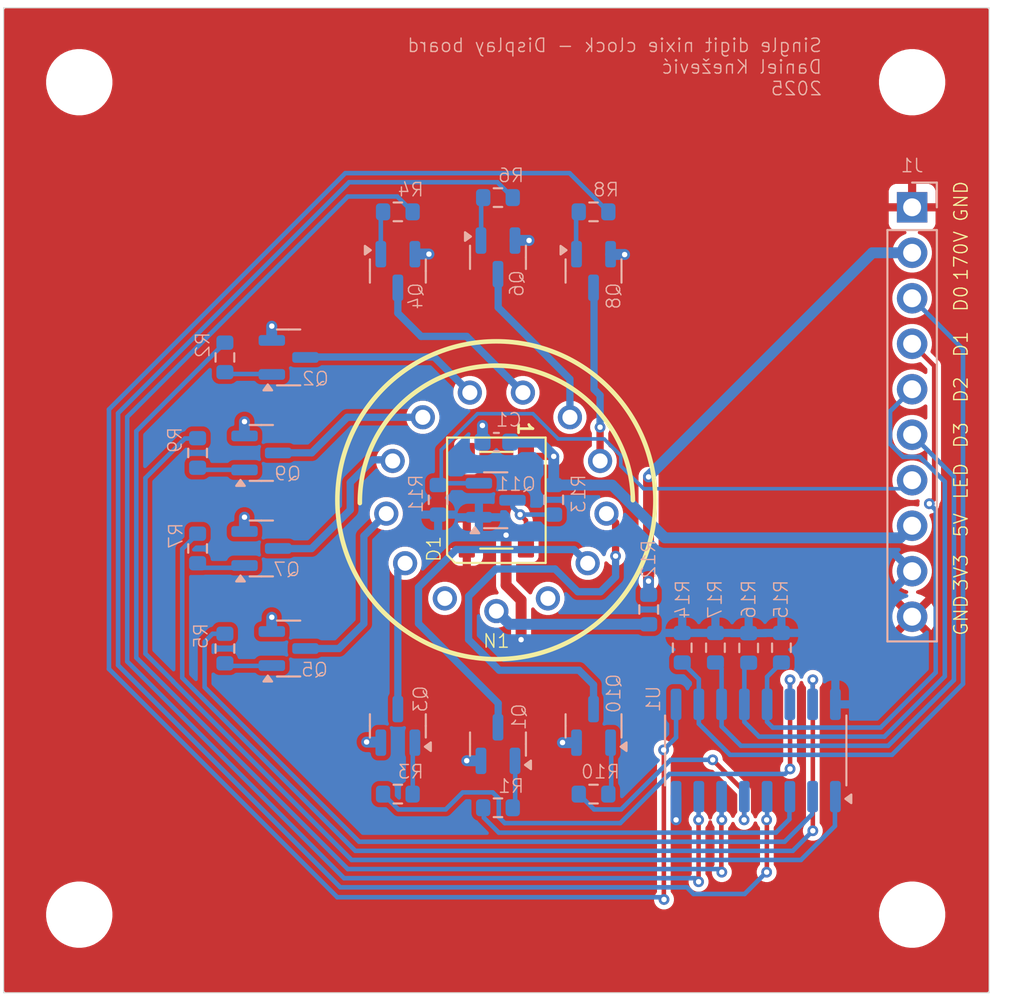
<source format=kicad_pcb>
(kicad_pcb (version 20241229) (generator "pcbnew") (generator_version "9.0")
  (layers (0 "F.Cu" signal) (2 "B.Cu" signal) (13 "F.Paste" user) (15 "B.Paste" user) (5 "F.SilkS" user "F.Silkscreen") (7 "B.SilkS" user "B.Silkscreen") (1 "F.Mask" user) (3 "B.Mask" user) (25 "Edge.Cuts" user))
  (net 0 "")
  (net 1 "GND")
  (net 2 "+5V")
  (net 3 "VCC")
  (net 4 "/NIXIE8")
  (net 5 "/NIXIE1")
  (net 6 "/NIXIE2")
  (net 7 "/NIXIE9")
  (net 8 "/NIXIE6")
  (net 9 "/NIXIE5")
  (net 11 "/NIXIE4")
  (net 13 "/NIXIE0")
  (net 14 "/NIXIE7")
  (net 15 "/NIXIE3")
  (net 17 "Net-(D1-DIN)")
  (net 18 "Net-(Q1-B)")
  (net 19 "Net-(Q2-B)")
  (net 20 "Net-(Q3-B)")
  (net 21 "Net-(Q4-B)")
  (net 22 "Net-(Q5-B)")
  (net 23 "Net-(Q6-B)")
  (net 24 "Net-(Q7-B)")
  (net 25 "Net-(Q8-B)")
  (net 26 "Net-(Q9-B)")
  (net 27 "Net-(Q10-B)")
  (net 28 "/DIG0")
  (net 29 "/DIG5")
  (net 30 "/DIG1")
  (net 31 "/DIG6")
  (net 32 "/DIG2")
  (net 33 "/DIG7")
  (net 34 "/DIG3")
  (net 35 "/DIG8")
  (net 36 "/LED")
  (net 37 "/DIG4")
  (net 38 "/DIG9")
  (net 39 "/D0")
  (net 40 "/D2")
  (net 41 "/D3")
  (net 42 "/D1")
  (net 43 "+3V3")
  (net 44 "Net-(N1-PadA)")
  (footprint "MountingHole:MountingHole_3.2mm_M3" (layer "F.Cu") (at 125.222 128.143)
    (property "Reference" "H1" (hide yes))
    (property "Value" "~")
  )
  (footprint "MountingHole:MountingHole_3.2mm_M3" (layer "F.Cu") (at 171.704 81.661)
    (property "Reference" "H3" (hide yes))
    (property "Value" "~")
  )
  (footprint "displayBoard:IN-14" (layer "F.Cu") (at 148.5011 105.0036)
    (property "Reference" "N1")
    (property "Value" "IN-14" (hide yes))
  )
  (footprint "LED_SMD:LED_WS2812B_PLCC4_5.0x5.0mm_P3.2mm" (layer "F.Cu") (at 148.5011 105.0036 -90)
    (property "Reference" "D1")
    (property "Value" "WS2812B")
  )
  (footprint "MountingHole:MountingHole_3.2mm_M3" (layer "F.Cu") (at 171.704 128.143)
    (property "Reference" "H4" (hide yes))
    (property "Value" "~")
  )
  (footprint "MountingHole:MountingHole_3.2mm_M3" (layer "F.Cu") (at 125.222 81.661)
    (property "Reference" "H2" (hide yes))
    (property "Value" "~")
  )
  (footprint "Package_TO_SOT_SMD:SOT-23" (layer "B.Cu") (at 148.59 118.618 90)
    (property "Reference" "Q1")
    (property "Value" "MMBTA42")
  )
  (footprint "Package_TO_SOT_SMD:SOT-23" (layer "B.Cu") (at 153.924 117.602 90)
    (property "Reference" "Q10")
    (property "Value" "MMBTA42")
  )
  (footprint "Resistor_SMD:R_0603_1608Metric" (layer "B.Cu") (at 164.4097 113.2382 90)
    (property "Reference" "R15")
    (property "Value" "18k")
  )
  (footprint "Package_TO_SOT_SMD:SOT-23" (layer "B.Cu") (at 143.002 117.602 90)
    (property "Reference" "Q3")
    (property "Value" "MMBTA42")
  )
  (footprint "Resistor_SMD:R_0603_1608Metric" (layer "B.Cu") (at 158.8725 113.2382 90)
    (property "Reference" "R14")
    (property "Value" "18k")
  )
  (footprint "Resistor_SMD:R_0603_1608Metric" (layer "B.Cu") (at 151.7011 104.9786 90)
    (property "Reference" "R13")
    (property "Value" "10k")
  )
  (footprint "Resistor_SMD:R_0603_1608Metric" (layer "B.Cu") (at 148.59 122.174)
    (property "Reference" "R1")
    (property "Value" "4k7")
  )
  (footprint "Resistor_SMD:R_0603_1608Metric" (layer "B.Cu") (at 162.5809 113.2504 90)
    (property "Reference" "R16")
    (property "Value" "18k")
  )
  (footprint "Package_TO_SOT_SMD:SOT-23" (layer "B.Cu") (at 153.924 92.202 -90)
    (property "Reference" "Q8")
    (property "Value" "MMBTA42")
  )
  (footprint "Package_TO_SOT_SMD:SOT-23" (layer "B.Cu") (at 136.906 113.284)
    (property "Reference" "Q5")
    (property "Value" "MMBTA42")
  )
  (footprint "Package_TO_SOT_SMD:SOT-23" (layer "B.Cu") (at 143.002 92.202 -90)
    (property "Reference" "Q4")
    (property "Value" "MMBTA42")
  )
  (footprint "Resistor_SMD:R_0603_1608Metric" (layer "B.Cu") (at 153.924 121.412)
    (property "Reference" "R10")
    (property "Value" "4k7")
  )
  (footprint "Package_TO_SOT_SMD:SOT-23" (layer "B.Cu") (at 135.382 102.362)
    (property "Reference" "Q9")
    (property "Value" "MMBTA42")
  )
  (footprint "Resistor_SMD:R_0603_1608Metric" (layer "B.Cu") (at 160.7267 113.2382 90)
    (property "Reference" "R17")
    (property "Value" "18k")
  )
  (footprint "Resistor_SMD:R_0603_1608Metric" (layer "B.Cu") (at 157.0011 111.1036 90)
    (property "Reference" "R12")
    (property "Value" "18k")
  )
  (footprint "Resistor_SMD:R_0603_1608Metric" (layer "B.Cu") (at 131.826 102.362 -90)
    (property "Reference" "R9")
    (property "Value" "4k7")
  )
  (footprint "Package_TO_SOT_SMD:SOT-23" (layer "B.Cu") (at 135.382 107.696)
    (property "Reference" "Q7")
    (property "Value" "MMBTA42")
  )
  (footprint "Resistor_SMD:R_0603_1608Metric" (layer "B.Cu") (at 143.002 121.412)
    (property "Reference" "R3")
    (property "Value" "4k7")
  )
  (footprint "Resistor_SMD:R_0603_1608Metric" (layer "B.Cu") (at 145.2511 104.9786 -90)
    (property "Reference" "R11")
    (property "Value" "10k")
  )
  (footprint "Package_TO_SOT_SMD:SOT-23" (layer "B.Cu") (at 148.4636 105.0036)
    (property "Reference" "Q11")
    (property "Value" "BSS123")
  )
  (footprint "Package_TO_SOT_SMD:SOT-23" (layer "B.Cu") (at 136.906 97.028)
    (property "Reference" "Q2")
    (property "Value" "MMBTA42")
  )
  (footprint "Resistor_SMD:R_0603_1608Metric" (layer "B.Cu") (at 143.002 88.9 180)
    (property "Reference" "R4")
    (property "Value" "4k7")
  )
  (footprint "Resistor_SMD:R_0603_1608Metric" (layer "B.Cu") (at 133.35 113.284 -90)
    (property "Reference" "R5")
    (property "Value" "4k7")
  )
  (footprint "Capacitor_SMD:C_0603_1608Metric" (layer "B.Cu") (at 148.5011 101.7536 180)
    (property "Reference" "C1")
    (property "Value" "100n")
  )
  (footprint "Connector_PinHeader_2.54mm:PinHeader_1x10_P2.54mm_Vertical" (layer "B.Cu") (at 171.704 88.646 180)
    (property "Reference" "J1")
    (property "Value" "Conn_01x10_Pin")
  )
  (footprint "Resistor_SMD:R_0603_1608Metric" (layer "B.Cu") (at 133.35 97.028 -90)
    (property "Reference" "R2")
    (property "Value" "4k7")
  )
  (footprint "Resistor_SMD:R_0603_1608Metric" (layer "B.Cu") (at 153.924 88.9 180)
    (property "Reference" "R8")
    (property "Value" "4k7")
  )
  (footprint "Resistor_SMD:R_0603_1608Metric" (layer "B.Cu") (at 131.826 107.696 -90)
    (property "Reference" "R7")
    (property "Value" "4k7")
  )
  (footprint "Package_TO_SOT_SMD:SOT-23" (layer "B.Cu") (at 148.59 91.44 -90)
    (property "Reference" "Q6")
    (property "Value" "MMBTA42")
  )
  (footprint "Package_SO:SO-16_3.9x9.9mm_P1.27mm" (layer "B.Cu") (at 162.975 118.975 90)
    (property "Reference" "U1")
    (property "Value" "4028")
  )
  (footprint "Resistor_SMD:R_0603_1608Metric" (layer "B.Cu") (at 148.59 88.1036 180)
    (property "Reference" "R6")
    (property "Value" "4k7")
  )
  (gr_line (start 176.0011 132.5036) (end 176.0011 77.5036) (stroke (width 0.05)) (layer "Edge.Cuts"))
  (gr_line (start 121.0011 132.5036) (end 176.0011 132.5036) (stroke (width 0.05)) (layer "Edge.Cuts"))
  (gr_line (start 176.0011 77.5036) (end 121.0011 77.5036) (stroke (width 0.05)) (layer "Edge.Cuts"))
  (gr_line (start 121.0011 77.5036) (end 121.0011 132.5036) (stroke (width 0.05)) (layer "Edge.Cuts"))
  (gr_text "GND" (at 173.99 87.122 90) (layer "F.SilkS") (effects (font (size 0.75 0.75) (thickness 0.075)) (justify right top)))
  (gr_text "D3" (at 173.99 100.584 90) (layer "F.SilkS") (effects (font (size 0.75 0.75) (thickness 0.075)) (justify right top)))
  (gr_text "GND" (at 173.99 110.236 90) (layer "F.SilkS") (effects (font (size 0.75 0.75) (thickness 0.075)) (justify right top)))
  (gr_text "3V3" (at 173.99 107.95 90) (layer "F.SilkS") (effects (font (size 0.75 0.75) (thickness 0.075)) (justify right top)))
  (gr_text "D2" (at 173.99 98.044 90) (layer "F.SilkS") (effects (font (size 0.75 0.75) (thickness 0.075)) (justify right top)))
  (gr_text "170V" (at 173.99 89.916 90) (layer "F.SilkS") (effects (font (size 0.75 0.75) (thickness 0.075)) (justify right top)))
  (gr_text "D0" (at 173.99 92.964 90) (layer "F.SilkS") (effects (font (size 0.75 0.75) (thickness 0.075)) (justify right top)))
  (gr_text "5V" (at 173.99 105.664 90) (layer "F.SilkS") (effects (font (size 0.75 0.75) (thickness 0.075)) (justify right top)))
  (gr_text "D1" (at 173.99 95.504 90) (layer "F.SilkS") (effects (font (size 0.75 0.75) (thickness 0.075)) (justify right top)))
  (gr_text "LED" (at 173.99 102.87 90) (layer "F.SilkS") (effects (font (size 0.75 0.75) (thickness 0.075)) (justify right top)))
  (gr_text "Single digit nixie clock - Display board\nDaniel Knežević\n2025" (at 166.7211 79.1636 0) (layer "B.SilkS") (effects (font (size 0.75 0.75) (thickness 0.075)) (justify left top mirror)))
  (via (at 155.6595 91.2853) (size 0.6) (drill 0.3) (layers "F.Cu" "B.Cu") (net 1))
  (via (at 150.3255 90.4979) (size 0.6) (drill 0.3) (layers "F.Cu" "B.Cu") (net 1))
  (via (at 146.8455 119.5437) (size 0.6) (drill 0.3) (layers "F.Cu" "B.Cu") (net 1))
  (via (at 134.4436 100.6138) (size 0.6) (drill 0.3) (layers "F.Cu" "B.Cu") (net 1))
  (via (at 135.9676 111.5358) (size 0.6) (drill 0.3) (layers "F.Cu" "B.Cu") (net 1))
  (via (at 158.53 122.8516) (size 0.6) (drill 0.3) (layers "F.Cu" "B.Cu") (net 1))
  (via (at 141.2575 118.5023) (size 0.6) (drill 0.3) (layers "F.Cu" "B.Cu") (net 1))
  (via (at 147.7219 100.8298) (size 0.6) (drill 0.3) (layers "F.Cu" "B.Cu") (net 1))
  (via (at 134.4436 105.9478) (size 0.6) (drill 0.3) (layers "F.Cu" "B.Cu") (net 1))
  (via (at 135.9676 95.2798) (size 0.6) (drill 0.3) (layers "F.Cu" "B.Cu") (net 1))
  (via (at 144.7375 91.2599) (size 0.6) (drill 0.3) (layers "F.Cu" "B.Cu") (net 1))
  (via (at 152.1923 118.5336) (size 0.6) (drill 0.3) (layers "F.Cu" "B.Cu") (net 1))
  (segment (start 143.9558 91.254) (end 144.7316 91.254) (width 0.6096) (layer "B.Cu") (net 1))
  (segment (start 149.5438 90.492) (end 150.3196 90.492) (width 0.6096) (layer "B.Cu") (net 1))
  (segment (start 135.9617 112.3175) (end 135.9617 111.5417) (width 0.6096) (layer "B.Cu") (net 1))
  (segment (start 158.53 122.8393) (end 158.53 121.55) (width 0.6096) (layer "B.Cu") (net 1))
  (segment (start 134.4377 106.7295) (end 134.4377 105.9537) (width 0.6096) (layer "B.Cu") (net 1))
  (segment (start 152.1982 118.5395) (end 152.1923 118.5336) (width 0.6096) (layer "B.Cu") (net 1))
  (segment (start 147.7261 100.834) (end 147.7219 100.8298) (width 0.6096) (layer "B.Cu") (net 1))
  (segment (start 135.9617 96.0615) (end 135.9617 95.2857) (width 0.6096) (layer "B.Cu") (net 1))
  (segment (start 147.7261 101.7536) (end 147.7261 100.834) (width 0.6096) (layer "B.Cu") (net 1))
  (segment (start 147.6272 119.5496) (end 146.8514 119.5496) (width 0.6096) (layer "B.Cu") (net 1))
  (segment (start 134.4377 101.3955) (end 134.4377 100.6197) (width 0.6096) (layer "B.Cu") (net 1))
  (segment (start 152.974 118.5395) (end 152.1982 118.5395) (width 0.6096) (layer "B.Cu") (net 1))
  (segment (start 154.8778 91.2794) (end 155.6536 91.2794) (width 0.6096) (layer "B.Cu") (net 1))
  (segment (start 142.0392 118.5082) (end 141.2634 118.5082) (width 0.6096) (layer "B.Cu") (net 1))
  (segment (start 150.1511 102.5536) (end 151.7011 102.5536) (width 0.4064) (layer "F.Cu") (net 2))
  (segment (start 171.6958 106.4178) (end 171.704 106.426) (width 0.6096) (layer "F.Cu") (net 2))
  (segment (start 150.2011 102.6036) (end 150.1511 102.5536) (width 0.4064) (layer "F.Cu") (net 2))
  (via (at 151.7011 102.5536) (size 0.6) (drill 0.3) (layers "F.Cu" "B.Cu") (net 2))
  (segment (start 150.9011 101.7536) (end 149.2761 101.7536) (width 0.6096) (layer "B.Cu") (net 2))
  (segment (start 153.776143 104.1572) (end 154.9609 104.1572) (width 0.6096) (layer "B.Cu") (net 2))
  (segment (start 151.7011 104.1536) (end 151.7011 102.6036) (width 0.6096) (layer "B.Cu") (net 2))
  (segment (start 171.0264 107.1036) (end 171.704 106.426) (width 0.6096) (layer "B.Cu") (net 2))
  (segment (start 151.7011 102.5536) (end 150.9011 101.7536) (width 0.6096) (layer "B.Cu") (net 2))
  (segment (start 153.772543 104.1536) (end 153.776143 104.1572) (width 0.6096) (layer "B.Cu") (net 2))
  (segment (start 157.9073 107.1036) (end 171.0264 107.1036) (width 0.6096) (layer "B.Cu") (net 2))
  (segment (start 151.7011 104.1536) (end 153.772543 104.1536) (width 0.6096) (layer "B.Cu") (net 2))
  (segment (start 154.9609 104.1572) (end 157.9073 107.1036) (width 0.6096) (layer "B.Cu") (net 2))
  (segment (start 156.9929 103.7) (end 156.9929 109.5166) (width 0.6096) (layer "F.Cu") (net 3))
  (via (at 156.9929 109.5166) (size 0.6) (drill 0.3) (layers "F.Cu" "B.Cu") (net 3))
  (via (at 156.9929 103.7) (size 0.6) (drill 0.3) (layers "F.Cu" "B.Cu") (net 3))
  (segment (start 156.9929 103.6746) (end 169.4815 91.186) (width 0.6096) (layer "B.Cu") (net 3))
  (segment (start 169.4815 91.186) (end 171.704 91.186) (width 0.6096) (layer "B.Cu") (net 3))
  (segment (start 156.9929 103.7) (end 156.9929 103.6746) (width 0.6096) (layer "B.Cu") (net 3))
  (segment (start 156.9929 110.2704) (end 157.0011 110.2786) (width 0.6096) (layer "B.Cu") (net 3))
  (segment (start 156.9929 109.5166) (end 156.9929 110.2704) (width 0.6096) (layer "B.Cu") (net 3))
  (segment (start 154.2888 100.9251) (end 154.2888 102.8086) (width 0.4064) (layer "F.Cu") (net 4))
  (via (at 154.2888 100.9251) (size 0.6) (drill 0.3) (layers "F.Cu" "B.Cu") (net 4))
  (segment (start 153.9511 98.8036) (end 153.9511 93.7956) (width 0.4064) (layer "B.Cu") (net 4))
  (segment (start 154.2888 100.9251) (end 154.2888 99.1413) (width 0.4064) (layer "B.Cu") (net 4))
  (segment (start 154.2888 99.1413) (end 153.9511 98.8036) (width 0.4064) (layer "B.Cu") (net 4))
  (segment (start 143.0011 116.5156) (end 143.0011 108.9257) (width 0.4064) (layer "B.Cu") (net 5))
  (segment (start 143.0011 108.9257) (end 143.4069 108.5199) (width 0.4064) (layer "B.Cu") (net 5))
  (segment (start 139.7127 113.284) (end 141.1071 111.8896) (width 0.4064) (layer "B.Cu") (net 6))
  (segment (start 141.1071 106.9989) (end 142.3124 105.7936) (width 0.4064) (layer "B.Cu") (net 6))
  (segment (start 137.8707 113.284) (end 139.7127 113.284) (width 0.4064) (layer "B.Cu") (net 6))
  (segment (start 142.3563 105.7497) (end 142.3124 105.7936) (width 0.254) (layer "B.Cu") (net 6))
  (segment (start 141.1071 111.8896) (end 141.1071 106.9989) (width 0.4064) (layer "B.Cu") (net 6))
  (segment (start 155.1539 108.1196) (end 155.1539 106.2577) (width 0.4064) (layer "F.Cu") (net 7))
  (segment (start 155.1539 106.2577) (end 154.6459 105.7497) (width 0.4064) (layer "F.Cu") (net 7))
  (via (at 155.1539 108.1196) (size 0.6) (drill 0.3) (layers "F.Cu" "B.Cu") (net 7))
  (segment (start 151.7751 108.8416) (end 148.4731 108.8416) (width 0.4064) (layer "B.Cu") (net 7))
  (segment (start 148.6617 114.495) (end 153.1105 114.495) (width 0.4064) (layer "B.Cu") (net 7))
  (segment (start 146.9491 112.7824) (end 148.6617 114.495) (width 0.4064) (layer "B.Cu") (net 7))
  (segment (start 153.924 115.3085) (end 153.924 116.4945) (width 0.4064) (layer "B.Cu") (net 7))
  (segment (start 148.4731 108.8416) (end 146.9491 110.3656) (width 0.4064) (layer "B.Cu") (net 7))
  (segment (start 155.1539 109.2728) (end 154.3151 110.1116) (width 0.4064) (layer "B.Cu") (net 7))
  (segment (start 154.3151 110.1116) (end 153.0451 110.1116) (width 0.4064) (layer "B.Cu") (net 7))
  (segment (start 153.0451 110.1116) (end 151.7751 108.8416) (width 0.4064) (layer "B.Cu") (net 7))
  (segment (start 155.1539 108.1196) (end 155.1539 109.2728) (width 0.4064) (layer "B.Cu") (net 7))
  (segment (start 153.1105 114.495) (end 153.924 115.3085) (width 0.4064) (layer "B.Cu") (net 7))
  (segment (start 146.9491 110.3656) (end 146.9491 112.7824) (width 0.4064) (layer "B.Cu") (net 7))
  (segment (start 143.0011 93.8016) (end 143.0011 94.5536) (width 0.4064) (layer "B.Cu") (net 8))
  (segment (start 144.3011 95.8536) (end 146.8425 95.8536) (width 0.4064) (layer "B.Cu") (net 8))
  (segment (start 143.0011 94.5536) (end 144.3011 95.8536) (width 0.4064) (layer "B.Cu") (net 8))
  (segment (start 146.8425 95.8536) (end 149.9824 98.9935) (width 0.4064) (layer "B.Cu") (net 8))
  (segment (start 138.2971 97.0036) (end 145.0299 97.0036) (width 0.4064) (layer "B.Cu") (net 9))
  (segment (start 145.0299 97.0036) (end 147.0198 98.9935) (width 0.4064) (layer "B.Cu") (net 9))
  (segment (start 138.1971 102.3536) (end 140.1803 100.3704) (width 0.4064) (layer "B.Cu") (net 11))
  (segment (start 140.1803 100.3704) (end 144.3964 100.3704) (width 0.4064) (layer "B.Cu") (net 11))
  (segment (start 136.7571 102.3536) (end 138.1971 102.3536) (width 0.4064) (layer "B.Cu") (net 11))
  (segment (start 144.1551 109.8576) (end 146.2548 107.7579) (width 0.4064) (layer "B.Cu") (net 13))
  (segment (start 152.8333 107.7579) (end 153.5953 108.5199) (width 0.4064) (layer "B.Cu") (net 13))
  (segment (start 152.8333 107.7579) (end 146.2548 107.7579) (width 0.4064) (layer "B.Cu") (net 13))
  (segment (start 148.6011 116.3356) (end 144.1551 111.8896) (width 0.4064) (layer "B.Cu") (net 13))
  (segment (start 144.1551 111.8896) (end 144.1551 109.8576) (width 0.4064) (layer "B.Cu") (net 13))
  (segment (start 148.6011 117.5196) (end 148.6011 116.3356) (width 0.4064) (layer "B.Cu") (net 13))
  (segment (start 148.6011 94.2376) (end 152.6058 98.2423) (width 0.4064) (layer "B.Cu") (net 14))
  (segment (start 148.6011 92.7976) (end 148.6011 94.2376) (width 0.4064) (layer "B.Cu") (net 14))
  (segment (start 152.6058 98.2423) (end 152.6058 100.3704) (width 0.4064) (layer "B.Cu") (net 14))
  (segment (start 140.3451 105.5396) (end 140.3451 104.0156) (width 0.4064) (layer "B.Cu") (net 15))
  (segment (start 136.7411 107.7036) (end 138.1811 107.7036) (width 0.4064) (layer "B.Cu") (net 15))
  (segment (start 138.1811 107.7036) (end 140.3451 105.5396) (width 0.4064) (layer "B.Cu") (net 15))
  (segment (start 140.3451 104.0156) (end 141.6151 102.7456) (width 0.4064) (layer "B.Cu") (net 15))
  (segment (start 142.6504 102.7456) (end 142.7134 102.8086) (width 0.4064) (layer "B.Cu") (net 15))
  (segment (start 141.6151 102.7456) (end 142.6504 102.7456) (width 0.4064) (layer "B.Cu") (net 15))
  (segment (start 149.8255 105.8036) (end 150.1511 106.1292) (width 0.254) (layer "F.Cu") (net 17))
  (segment (start 150.1511 106.1292) (end 150.1511 107.4536) (width 0.254) (layer "F.Cu") (net 17))
  (via (at 149.8255 105.8036) (size 0.6) (drill 0.3) (layers "F.Cu" "B.Cu") (net 17))
  (segment (start 151.7011 105.8036) (end 149.8255 105.8036) (width 0.254) (layer "B.Cu") (net 17))
  (segment (start 149.4011 105.3792) (end 149.4011 105.0036) (width 0.254) (layer "B.Cu") (net 17))
  (segment (start 151.5949 105.9098) (end 151.7011 105.8036) (width 0.254) (layer "B.Cu") (net 17))
  (segment (start 149.8255 105.8036) (end 149.4011 105.3792) (width 0.254) (layer "B.Cu") (net 17))
  (segment (start 149.5511 122.0756) (end 149.3231 122.3036) (width 0.254) (layer "B.Cu") (net 18))
  (segment (start 149.4231 119.8476) (end 149.5511 119.9756) (width 0.254) (layer "B.Cu") (net 18))
  (segment (start 149.5511 119.9756) (end 149.5511 122.0756) (width 0.254) (layer "B.Cu") (net 18))
  (segment (start 135.7891 97.9536) (end 133.2871 97.9536) (width 0.254) (layer "B.Cu") (net 19))
  (segment (start 133.2871 97.9536) (end 133.2331 98.0076) (width 0.254) (layer "B.Cu") (net 19))
  (segment (start 143.8351 118.8316) (end 143.8351 121.1876) (width 0.254) (layer "B.Cu") (net 20))
  (segment (start 143.8351 121.1876) (end 143.7351 121.2876) (width 0.254) (layer "B.Cu") (net 20))
  (segment (start 142.0511 91.3696) (end 142.0511 89.0456) (width 0.254) (layer "B.Cu") (net 21))
  (segment (start 142.0511 89.0456) (end 142.0351 89.0296) (width 0.254) (layer "B.Cu") (net 21))
  (segment (start 141.9351 91.4856) (end 142.0511 91.3696) (width 0.254) (layer "B.Cu") (net 21))
  (segment (start 133.4946 114.2536) (end 133.35 114.109) (width 0.254) (layer "B.Cu") (net 22))
  (segment (start 133.2331 114.2259) (end 133.2331 114.2636) (width 0.254) (layer "B.Cu") (net 22))
  (segment (start 135.8331 114.2536) (end 133.4946 114.2536) (width 0.254) (layer "B.Cu") (net 22))
  (segment (start 147.6511 88.0416) (end 147.6231 88.0136) (width 0.254) (layer "B.Cu") (net 23))
  (segment (start 147.6511 90.3416) (end 147.6511 88.0416) (width 0.254) (layer "B.Cu") (net 23))
  (segment (start 131.8091 108.7756) (end 131.7091 108.6756) (width 0.254) (layer "B.Cu") (net 24))
  (segment (start 134.4191 108.7756) (end 131.8091 108.7756) (width 0.254) (layer "B.Cu") (net 24))
  (segment (start 152.9511 91.3256) (end 152.9511 89.2896) (width 0.254) (layer "B.Cu") (net 25))
  (segment (start 152.9511 89.2896) (end 153.2111 89.0296) (width 0.254) (layer "B.Cu") (net 25))
  (segment (start 131.7471 103.3036) (end 131.7091 103.3416) (width 0.254) (layer "B.Cu") (net 26))
  (segment (start 134.2811 103.3036) (end 131.7471 103.3036) (width 0.254) (layer "B.Cu") (net 26))
  (segment (start 154.9111 118.9316) (end 154.9111 121.2876) (width 0.254) (layer "B.Cu") (net 27))
  (segment (start 155.0111 118.8316) (end 154.9111 118.9316) (width 0.254) (layer "B.Cu") (net 27))
  (segment (start 148.6363 123.5628) (end 164.1049 123.5628) (width 0.254) (layer "B.Cu") (net 28))
  (segment (start 164.1049 123.5628) (end 164.8561 122.8116) (width 0.254) (layer "B.Cu") (net 28))
  (segment (start 164.8561 122.8116) (end 164.8561 122.075) (width 0.254) (layer "B.Cu") (net 28))
  (segment (start 147.8011 122.7276) (end 148.6363 123.5628) (width 0.254) (layer "B.Cu") (net 28))
  (segment (start 147.8011 122.4816) (end 147.8011 122.7276) (width 0.254) (layer "B.Cu") (net 28))
  (segment (start 161.0569 125.7698) (end 161.0569 122.8262) (width 0.254) (layer "F.Cu") (net 29))
  (segment (start 161.0569 122.8262) (end 161.0823 122.8008) (width 0.254) (layer "F.Cu") (net 29))
  (via (at 161.0823 125.7698) (size 0.6) (drill 0.3) (layers "F.Cu" "B.Cu") (net 29))
  (via (at 161.0823 122.8516) (size 0.6) (drill 0.3) (layers "F.Cu" "B.Cu") (net 29))
  (segment (start 128.4061 113.794104) (end 128.4061 101.1469) (width 0.254) (layer "B.Cu") (net 29))
  (segment (start 161.07 121.55) (end 161.07 122.7885) (width 0.254) (layer "B.Cu") (net 29))
  (segment (start 160.8849 125.5978) (end 140.209795 125.5978) (width 0.254) (layer "B.Cu") (net 29))
  (segment (start 140.209795 125.5978) (end 128.4061 113.794104) (width 0.254) (layer "B.Cu") (net 29))
  (segment (start 128.4061 101.1469) (end 133.35 96.203) (width 0.254) (layer "B.Cu") (net 29))
  (segment (start 161.0569 125.7698) (end 160.8849 125.5978) (width 0.254) (layer "B.Cu") (net 29))
  (segment (start 161.07 122.7885) (end 161.0823 122.8008) (width 0.254) (layer "B.Cu") (net 29))
  (segment (start 164.8923 120.0068) (end 164.8923 115.0284) (width 0.254) (layer "F.Cu") (net 30))
  (via (at 164.8923 115.0284) (size 0.6) (drill 0.3) (layers "F.Cu" "B.Cu") (net 30))
  (via (at 164.8923 120.0068) (size 0.6) (drill 0.3) (layers "F.Cu" "B.Cu") (net 30))
  (segment (start 164.88 115.0407) (end 164.8923 115.0284) (width 0.254) (layer "B.Cu") (net 30))
  (segment (start 148.968386 123.031) (end 155.417482 123.031) (width 0.254) (layer "B.Cu") (net 30))
  (segment (start 142.177 121.412) (end 143.034 122.269) (width 0.254) (layer "B.Cu") (net 30))
  (segment (start 146.623482 121.317) (end 148.297614 121.317) (width 0.254) (layer "B.Cu") (net 30))
  (segment (start 164.88 116.4) (end 164.88 115.0407) (width 0.254) (layer "B.Cu") (net 30))
  (segment (start 143.034 122.269) (end 145.671482 122.269) (width 0.254) (layer "B.Cu") (net 30))
  (segment (start 145.671482 122.269) (end 146.623482 121.317) (width 0.254) (layer "B.Cu") (net 30))
  (segment (start 148.633 121.652386) (end 148.633 122.695614) (width 0.254) (layer "B.Cu") (net 30))
  (segment (start 158.162282 120.2862) (end 164.6129 120.2862) (width 0.254) (layer "B.Cu") (net 30))
  (segment (start 155.417482 123.031) (end 158.162282 120.2862) (width 0.254) (layer "B.Cu") (net 30))
  (segment (start 148.297614 121.317) (end 148.633 121.652386) (width 0.254) (layer "B.Cu") (net 30))
  (segment (start 164.6129 120.2862) (end 164.8923 120.0068) (width 0.254) (layer "B.Cu") (net 30))
  (segment (start 148.633 122.695614) (end 148.968386 123.031) (width 0.254) (layer "B.Cu") (net 30))
  (segment (start 159.7869 126.306) (end 159.7869 122.8008) (width 0.254) (layer "F.Cu") (net 31))
  (via (at 159.7869 122.8516) (size 0.6) (drill 0.3) (layers "F.Cu" "B.Cu") (net 31))
  (via (at 159.7869 126.306) (size 0.6) (drill 0.3) (layers "F.Cu" "B.Cu") (net 31))
  (segment (start 159.5877 126.1068) (end 159.7869 126.306) (width 0.254) (layer "B.Cu") (net 31))
  (segment (start 140.206386 88.043) (end 127.8971 100.352286) (width 0.254) (layer "B.Cu") (net 31))
  (segment (start 143.827 88.9) (end 142.97 88.043) (width 0.254) (layer "B.Cu") (net 31))
  (segment (start 159.7869 122.8008) (end 159.7869 121.5631) (width 0.254) (layer "B.Cu") (net 31))
  (segment (start 139.99896 126.1068) (end 159.5877 126.1068) (width 0.254) (layer "B.Cu") (net 31))
  (segment (start 159.7869 121.5631) (end 159.8 121.55) (width 0.254) (layer "B.Cu") (net 31))
  (segment (start 127.8971 100.352286) (end 127.8971 114.004939) (width 0.254) (layer "B.Cu") (net 31))
  (segment (start 127.8971 114.004939) (end 139.99896 126.1068) (width 0.254) (layer "B.Cu") (net 31))
  (segment (start 142.97 88.043) (end 140.206386 88.043) (width 0.254) (layer "B.Cu") (net 31))
  (segment (start 133.2331 112.5636) (end 133.1285 112.459) (width 0.254) (layer "B.Cu") (net 32))
  (segment (start 132.2171 112.9056) (end 132.2171 115.4456) (width 0.254) (layer "B.Cu") (net 32))
  (segment (start 133.1285 112.459) (end 132.6637 112.459) (width 0.254) (layer "B.Cu") (net 32))
  (segment (start 166.1261 122.5322) (end 166.1261 122.075) (width 0.254) (layer "B.Cu") (net 32))
  (segment (start 164.5875 124.0708) (end 166.1261 122.5322) (width 0.254) (layer "B.Cu") (net 32))
  (segment (start 132.2171 115.4456) (end 140.8423 124.0708) (width 0.254) (layer "B.Cu") (net 32))
  (segment (start 132.6637 112.459) (end 132.2171 112.9056) (width 0.254) (layer "B.Cu") (net 32))
  (segment (start 140.8423 124.0708) (end 164.5875 124.0708) (width 0.254) (layer "B.Cu") (net 32))
  (segment (start 163.5969 122.8516) (end 163.58526 122.83996) (width 0.254) (layer "F.Cu") (net 33))
  (segment (start 163.5969 125.7698) (end 163.5969 122.8516) (width 0.254) (layer "F.Cu") (net 33))
  (via (at 163.58526 125.7698) (size 0.6) (drill 0.3) (layers "F.Cu" "B.Cu") (net 33))
  (via (at 163.58526 122.8516) (size 0.6) (drill 0.3) (layers "F.Cu" "B.Cu") (net 33))
  (segment (start 163.61 121.55) (end 163.61 122.81522) (width 0.254) (layer "B.Cu") (net 33))
  (segment (start 139.788126 126.6158) (end 159.132206 126.6158) (width 0.254) (layer "B.Cu") (net 33))
  (segment (start 162.3561 126.988) (end 163.5969 125.7472) (width 0.254) (layer "B.Cu") (net 33))
  (segment (start 127.3881 100.141452) (end 127.3881 114.215774) (width 0.254) (layer "B.Cu") (net 33))
  (segment (start 163.5969 125.7472) (end 163.5969 125.7698) (width 0.254) (layer "B.Cu") (net 33))
  (segment (start 159.132206 126.6158) (end 159.504406 126.988) (width 0.254) (layer "B.Cu") (net 33))
  (segment (start 140.282952 87.2466) (end 127.3881 100.141452) (width 0.254) (layer "B.Cu") (net 33))
  (segment (start 159.504406 126.988) (end 162.3561 126.988) (width 0.254) (layer "B.Cu") (net 33))
  (segment (start 149.415 88.1036) (end 148.558 87.2466) (width 0.254) (layer "B.Cu") (net 33))
  (segment (start 163.61 122.81522) (end 163.58526 122.83996) (width 0.254) (layer "B.Cu") (net 33))
  (segment (start 148.558 87.2466) (end 140.282952 87.2466) (width 0.254) (layer "B.Cu") (net 33))
  (segment (start 127.3881 114.215774) (end 139.788126 126.6158) (width 0.254) (layer "B.Cu") (net 33))
  (segment (start 166.16124 115.02946) (end 166.1623 115.0284) (width 0.254) (layer "F.Cu") (net 34))
  (segment (start 166.1623 123.45908) (end 166.16124 123.46014) (width 0.254) (layer "F.Cu") (net 34))
  (segment (start 166.1623 115.0284) (end 166.1623 123.45908) (width 0.254) (layer "F.Cu") (net 34))
  (via (at 166.16124 123.46014) (size 0.6) (drill 0.3) (layers "F.Cu" "B.Cu") (net 34))
  (via (at 166.1623 115.0284) (size 0.6) (drill 0.3) (layers "F.Cu" "B.Cu") (net 34))
  (segment (start 130.969 114.917334) (end 130.969 107.728) (width 0.254) (layer "B.Cu") (net 34))
  (segment (start 166.16124 123.46226) (end 165.0437 124.5798) (width 0.254) (layer "B.Cu") (net 34))
  (segment (start 166.15 115.2193) (end 166.15 116.4) (width 0.254) (layer "B.Cu") (net 34))
  (segment (start 130.969 107.728) (end 131.826 106.871) (width 0.254) (layer "B.Cu") (net 34))
  (segment (start 166.16124 123.46014) (end 166.16124 123.46226) (width 0.254) (layer "B.Cu") (net 34))
  (segment (start 166.1623 115.207) (end 166.15 115.2193) (width 0.254) (layer "B.Cu") (net 34))
  (segment (start 165.0437 124.5798) (end 140.631465 124.5798) (width 0.254) (layer "B.Cu") (net 34))
  (segment (start 166.1623 115.0538) (end 166.1623 115.207) (width 0.254) (layer "B.Cu") (net 34))
  (segment (start 140.631465 124.5798) (end 130.969 114.917334) (width 0.254) (layer "B.Cu") (net 34))
  (segment (start 157.834259 118.944194) (end 157.834259 118.949634) (width 0.254) (layer "F.Cu") (net 35))
  (segment (start 157.848 118.963375) (end 157.848 127.2883) (width 0.254) (layer "F.Cu") (net 35))
  (segment (start 157.834259 118.949634) (end 157.848 118.963375) (width 0.254) (layer "F.Cu") (net 35))
  (segment (start 157.848 127.2883) (end 157.8565 127.2968) (width 0.254) (layer "F.Cu") (net 35))
  (via (at 157.834259 118.944194) (size 0.6) (drill 0.3) (layers "F.Cu" "B.Cu") (net 35))
  (via (at 157.8565 127.2968) (size 0.6) (drill 0.3) (layers "F.Cu" "B.Cu") (net 35))
  (segment (start 157.834259 118.944194) (end 157.7803 118.890235) (width 0.254) (layer "B.Cu") (net 35))
  (segment (start 126.8791 114.426609) (end 126.8791 99.930618) (width 0.254) (layer "B.Cu") (net 35))
  (segment (start 152.5866 86.7376) (end 154.749 88.9) (width 0.254) (layer "B.Cu") (net 35))
  (segment (start 157.8565 127.2968) (end 157.7293 127.1696) (width 0.254) (layer "B.Cu") (net 35))
  (segment (start 140.072117 86.7376) (end 152.5866 86.7376) (width 0.254) (layer "B.Cu") (net 35))
  (segment (start 158.53 116.4) (end 158.53 118.248453) (width 0.254) (layer "B.Cu") (net 35))
  (segment (start 139.622091 127.1696) (end 126.8791 114.426609) (width 0.254) (layer "B.Cu") (net 35))
  (segment (start 157.7293 127.1696) (end 139.622091 127.1696) (width 0.254) (layer "B.Cu") (net 35))
  (segment (start 158.53 118.248453) (end 157.834259 118.944194) (width 0.254) (layer "B.Cu") (net 35))
  (segment (start 126.8791 99.930618) (end 140.072117 86.7376) (width 0.254) (layer "B.Cu") (net 35))
  (segment (start 171.2302 104.3598) (end 156.719602 104.3598) (width 0.2) (layer "B.Cu") (net 36))
  (segment (start 154.514526 101.5791) (end 151.951 101.5791) (width 0.2) (layer "B.Cu") (net 36))
  (segment (start 155.4435 102.508074) (end 154.514526 101.5791) (width 0.2) (layer "B.Cu") (net 36))
  (segment (start 147.448602 100.17) (end 150.5419 100.17) (width 0.2) (layer "B.Cu") (net 36))
  (segment (start 155.4435 103.083698) (end 155.4435 102.508074) (width 0.2) (layer "B.Cu") (net 36))
  (segment (start 171.1788 104.4112) (end 171.704 103.886) (width 0.2) (layer "B.Cu") (net 36))
  (segment (start 145.4261 102.192502) (end 147.448602 100.17) (width 0.2) (layer "B.Cu") (net 36))
  (segment (start 156.719602 104.3598) (end 155.4435 103.083698) (width 0.2) (layer "B.Cu") (net 36))
  (segment (start 147.5261 104.0536) (end 145.4261 104.0536) (width 0.254) (layer "B.Cu") (net 36))
  (segment (start 145.4261 104.0536) (end 145.4261 102.192502) (width 0.2) (layer "B.Cu") (net 36))
  (segment (start 145.4261 104.0536) (end 145.3261 104.1536) (width 0.2) (layer "B.Cu") (net 36))
  (segment (start 150.5419 100.17) (end 151.951 101.5791) (width 0.2) (layer "B.Cu") (net 36))
  (segment (start 171.704 103.886) (end 171.2302 104.3598) (width 0.2) (layer "B.Cu") (net 36))
  (segment (start 131.6211 101.5536) (end 131.1231 101.5536) (width 0.254) (layer "B.Cu") (net 37))
  (segment (start 130.46 115.128169) (end 140.42063 125.0888) (width 0.254) (layer "B.Cu") (net 37))
  (segment (start 130.46 115.1147) (end 130.46 115.128169) (width 0.254) (layer "B.Cu") (net 37))
  (segment (start 128.9151 103.7616) (end 128.9151 113.5698) (width 0.254) (layer "B.Cu") (net 37))
  (segment (start 128.9151 113.5698) (end 130.46 115.1147) (width 0.254) (layer "B.Cu") (net 37))
  (segment (start 165.4999 125.0888) (end 167.3961 123.1926) (width 0.254) (layer "B.Cu") (net 37))
  (segment (start 131.7091 101.6416) (end 131.6211 101.5536) (width 0.254) (layer "B.Cu") (net 37))
  (segment (start 140.42063 125.0888) (end 165.4999 125.0888) (width 0.254) (layer "B.Cu") (net 37))
  (segment (start 167.3961 123.1926) (end 167.3961 122.075) (width 0.254) (layer "B.Cu") (net 37))
  (segment (start 131.1231 101.5536) (end 128.9151 103.7616) (width 0.254) (layer "B.Cu") (net 37))
  (segment (start 162.3269 121.2514) (end 160.5743 119.4988) (width 0.254) (layer "F.Cu") (net 38))
  (segment (start 162.3269 122.8818) (end 162.3269 121.2514) (width 0.254) (layer "F.Cu") (net 38))
  (via (at 160.5743 119.4988) (size 0.6) (drill 0.3) (layers "F.Cu" "B.Cu") (net 38))
  (via (at 162.3269 122.8516) (size 0.6) (drill 0.3) (layers "F.Cu" "B.Cu") (net 38))
  (segment (start 160.5733 119.4978) (end 160.5743 119.4988) (width 0.254) (layer "B.Cu") (net 38))
  (segment (start 162.34 122.7885) (end 162.34 121.55) (width 0.254) (layer "B.Cu") (net 38))
  (segment (start 153.956 122.269) (end 155.459648 122.269) (width 0.254) (layer "B.Cu") (net 38))
  (segment (start 155.459648 122.269) (end 158.230848 119.4978) (width 0.254) (layer "B.Cu") (net 38))
  (segment (start 162.3269 122.8016) (end 162.34 122.7885) (width 0.254) (layer "B.Cu") (net 38))
  (segment (start 158.230848 119.4978) (end 160.5733 119.4978) (width 0.254) (layer "B.Cu") (net 38))
  (segment (start 153.099 121.412) (end 153.956 122.269) (width 0.254) (layer "B.Cu") (net 38))
  (segment (start 162.3269 122.8818) (end 162.3269 122.8016) (width 0.254) (layer "B.Cu") (net 38))
  (segment (start 174.5443 115.257) (end 174.5443 96.5663) (width 0.254) (layer "B.Cu") (net 39))
  (segment (start 170.5819 119.2194) (end 174.5443 115.257) (width 0.254) (layer "B.Cu") (net 39))
  (segment (start 174.5443 96.5663) (end 171.704 93.726) (width 0.254) (layer "B.Cu") (net 39))
  (segment (start 159.8 114.9907) (end 158.8725 114.0632) (width 0.254) (layer "B.Cu") (net 39))
  (segment (start 161.5395 119.2194) (end 170.5819 119.2194) (width 0.254) (layer "B.Cu") (net 39))
  (segment (start 159.8 116.4) (end 159.8 117.4799) (width 0.254) (layer "B.Cu") (net 39))
  (segment (start 159.8 117.4799) (end 161.5395 119.2194) (width 0.254) (layer "B.Cu") (net 39))
  (segment (start 159.8 116.4) (end 159.8 114.9907) (width 0.254) (layer "B.Cu") (net 39))
  (segment (start 171.193688 102.578) (end 170.472 101.856312) (width 0.254) (layer "B.Cu") (net 40))
  (segment (start 162.34 116.4) (end 162.34 117.3783) (width 0.254) (layer "B.Cu") (net 40))
  (segment (start 172.138312 102.578) (end 171.193688 102.578) (width 0.254) (layer "B.Cu") (net 40))
  (segment (start 162.34 114.3163) (end 162.5809 114.0754) (width 0.254) (layer "B.Cu") (net 40))
  (segment (start 163.1651 118.2034) (end 170.158232 118.2034) (width 0.254) (layer "B.Cu") (net 40))
  (segment (start 173.5283 103.967988) (end 172.138312 102.578) (width 0.254) (layer "B.Cu") (net 40))
  (segment (start 173.5283 114.833332) (end 173.5283 103.967988) (width 0.254) (layer "B.Cu") (net 40))
  (segment (start 170.158232 118.2034) (end 173.5283 114.833332) (width 0.254) (layer "B.Cu") (net 40))
  (segment (start 162.34 117.3783) (end 163.1651 118.2034) (width 0.254) (layer "B.Cu") (net 40))
  (segment (start 170.472 100.038) (end 171.704 98.806) (width 0.254) (layer "B.Cu") (net 40))
  (segment (start 170.472 101.856312) (end 170.472 100.038) (width 0.254) (layer "B.Cu") (net 40))
  (segment (start 162.34 116.4) (end 162.34 114.3163) (width 0.254) (layer "B.Cu") (net 40))
  (segment (start 161.07 116.4) (end 161.07 117.6323) (width 0.254) (layer "B.Cu") (net 41))
  (segment (start 161.07 117.6323) (end 162.1491 118.7114) (width 0.254) (layer "B.Cu") (net 41))
  (segment (start 170.370066 118.7114) (end 174.0363 115.045166) (width 0.254) (layer "B.Cu") (net 41))
  (segment (start 174.0363 115.045166) (end 174.0363 103.6783) (width 0.254) (layer "B.Cu") (net 41))
  (segment (start 162.1491 118.7114) (end 170.370066 118.7114) (width 0.254) (layer "B.Cu") (net 41))
  (segment (start 174.0363 103.6783) (end 171.704 101.346) (width 0.254) (layer "B.Cu") (net 41))
  (segment (start 161.07 114.4065) (end 160.7267 114.0632) (width 0.254) (layer "B.Cu") (net 41))
  (segment (start 161.07 116.4) (end 161.07 114.4065) (width 0.254) (layer "B.Cu") (net 41))
  (segment (start 172.936 104.9273) (end 172.936 97.498) (width 0.254) (layer "F.Cu") (net 42))
  (segment (start 172.6647 105.1986) (end 172.936 104.9273) (width 0.254) (layer "F.Cu") (net 42))
  (segment (start 172.936 97.498) (end 171.704 96.266) (width 0.254) (layer "F.Cu") (net 42))
  (via (at 172.6647 105.1986) (size 0.6) (drill 0.3) (layers "F.Cu" "B.Cu") (net 42))
  (segment (start 163.61 116.4) (end 163.61 114.8629) (width 0.254) (layer "B.Cu") (net 42))
  (segment (start 173.0203 105.5542) (end 172.6647 105.1986) (width 0.254) (layer "B.Cu") (net 42))
  (segment (start 163.61 116.4) (end 163.61 117.3783) (width 0.254) (layer "B.Cu") (net 42))
  (segment (start 163.61 114.8629) (end 164.4097 114.0632) (width 0.254) (layer "B.Cu") (net 42))
  (segment (start 163.9271 117.6954) (end 169.946398 117.6954) (width 0.254) (layer "B.Cu") (net 42))
  (segment (start 169.946398 117.6954) (end 173.0203 114.621498) (width 0.254) (layer "B.Cu") (net 42))
  (segment (start 163.61 117.3783) (end 163.9271 117.6954) (width 0.254) (layer "B.Cu") (net 42))
  (segment (start 173.0203 114.621498) (end 173.0203 105.5542) (width 0.254) (layer "B.Cu") (net 42))
  (segment (start 149.0427 109.7452) (end 149.0427 106.9512) (width 0.6096) (layer "F.Cu") (net 43))
  (segment (start 149.8809 110.5834) (end 149.0427 109.7452) (width 0.6096) (layer "F.Cu") (net 43))
  (segment (start 149.8809 112.7884) (end 149.8809 110.5834) (width 0.6096) (layer "F.Cu") (net 43))
  (via (at 149.8809 112.7884) (size 0.6) (drill 0.3) (layers "F.Cu" "B.Cu") (net 43))
  (via (at 149.0427 106.9512) (size 0.6) (drill 0.3) (layers "F.Cu" "B.Cu") (net 43))
  (segment (start 154.2761 111.9286) (end 157.0011 111.9286) (width 0.6096) (layer "B.Cu") (net 44))
  (segment (start 149.2372 111.9296) (end 154.2751 111.9296) (width 0.6096) (layer "B.Cu") (net 44))
  (segment (start 148.5011 111.1935) (end 149.2372 111.9296) (width 0.6096) (layer "B.Cu") (net 44))
  (segment (start 154.2751 111.9296) (end 154.2761 111.9286) (width 0.6096) (layer "B.Cu") (net 44))
  (zone (net 1) (net_name "GND") (layer "F.Cu") (priority 6) (connect_pads (clearance 0.1)) (min_thickness 0.2032) (fill yes (thermal_gap 0.4564) (thermal_bridge_width 0.4564))
    (polygon (pts (xy 176.4343 132.7068) (xy 120.7979 132.7068) (xy 120.7979 77.0704) (xy 176.4343 77.0704)))
  )
  (zone (net 43) (net_name "+3V3") (layer "B.Cu") (priority 6) (connect_pads (clearance 0.2)) (min_thickness 0.2) (fill yes (thermal_gap 0.4564) (thermal_bridge_width 0.4564))
    (polygon (pts (xy 176.4023 132.7068) (xy 120.7979 132.7068) (xy 120.7979 77.1024) (xy 176.4023 77.1024)))
  )
)
</source>
